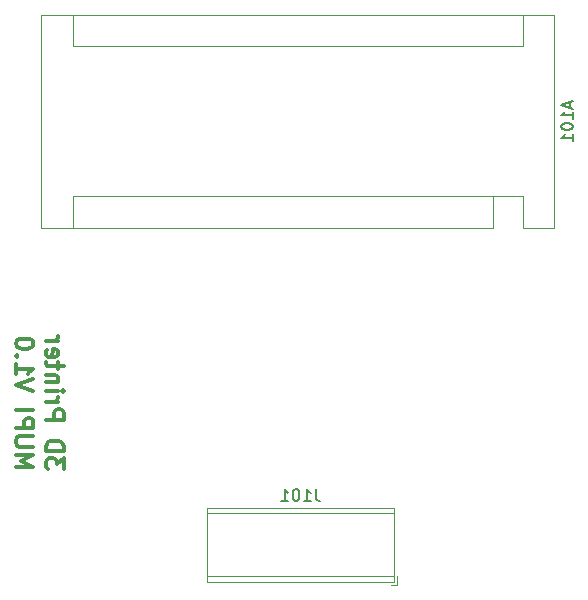
<source format=gbr>
G04 #@! TF.GenerationSoftware,KiCad,Pcbnew,(5.1.5)-3*
G04 #@! TF.CreationDate,2020-06-22T20:22:27+02:00*
G04 #@! TF.ProjectId,Mupi,4d757069-2e6b-4696-9361-645f70636258,rev?*
G04 #@! TF.SameCoordinates,Original*
G04 #@! TF.FileFunction,Legend,Bot*
G04 #@! TF.FilePolarity,Positive*
%FSLAX46Y46*%
G04 Gerber Fmt 4.6, Leading zero omitted, Abs format (unit mm)*
G04 Created by KiCad (PCBNEW (5.1.5)-3) date 2020-06-22 20:22:27*
%MOMM*%
%LPD*%
G04 APERTURE LIST*
%ADD10C,0.300000*%
%ADD11C,0.120000*%
%ADD12C,0.150000*%
G04 APERTURE END LIST*
D10*
X41096428Y-153607142D02*
X41096428Y-152678571D01*
X40525000Y-153178571D01*
X40525000Y-152964285D01*
X40453571Y-152821428D01*
X40382142Y-152750000D01*
X40239285Y-152678571D01*
X39882142Y-152678571D01*
X39739285Y-152750000D01*
X39667857Y-152821428D01*
X39596428Y-152964285D01*
X39596428Y-153392857D01*
X39667857Y-153535714D01*
X39739285Y-153607142D01*
X39596428Y-152035714D02*
X41096428Y-152035714D01*
X41096428Y-151678571D01*
X41025000Y-151464285D01*
X40882142Y-151321428D01*
X40739285Y-151250000D01*
X40453571Y-151178571D01*
X40239285Y-151178571D01*
X39953571Y-151250000D01*
X39810714Y-151321428D01*
X39667857Y-151464285D01*
X39596428Y-151678571D01*
X39596428Y-152035714D01*
X39596428Y-149392857D02*
X41096428Y-149392857D01*
X41096428Y-148821428D01*
X41025000Y-148678571D01*
X40953571Y-148607142D01*
X40810714Y-148535714D01*
X40596428Y-148535714D01*
X40453571Y-148607142D01*
X40382142Y-148678571D01*
X40310714Y-148821428D01*
X40310714Y-149392857D01*
X39596428Y-147892857D02*
X40596428Y-147892857D01*
X40310714Y-147892857D02*
X40453571Y-147821428D01*
X40525000Y-147750000D01*
X40596428Y-147607142D01*
X40596428Y-147464285D01*
X39596428Y-146964285D02*
X40596428Y-146964285D01*
X41096428Y-146964285D02*
X41025000Y-147035714D01*
X40953571Y-146964285D01*
X41025000Y-146892857D01*
X41096428Y-146964285D01*
X40953571Y-146964285D01*
X40596428Y-146250000D02*
X39596428Y-146250000D01*
X40453571Y-146250000D02*
X40525000Y-146178571D01*
X40596428Y-146035714D01*
X40596428Y-145821428D01*
X40525000Y-145678571D01*
X40382142Y-145607142D01*
X39596428Y-145607142D01*
X40596428Y-145107142D02*
X40596428Y-144535714D01*
X41096428Y-144892857D02*
X39810714Y-144892857D01*
X39667857Y-144821428D01*
X39596428Y-144678571D01*
X39596428Y-144535714D01*
X39667857Y-143464285D02*
X39596428Y-143607142D01*
X39596428Y-143892857D01*
X39667857Y-144035714D01*
X39810714Y-144107142D01*
X40382142Y-144107142D01*
X40525000Y-144035714D01*
X40596428Y-143892857D01*
X40596428Y-143607142D01*
X40525000Y-143464285D01*
X40382142Y-143392857D01*
X40239285Y-143392857D01*
X40096428Y-144107142D01*
X39596428Y-142750000D02*
X40596428Y-142750000D01*
X40310714Y-142750000D02*
X40453571Y-142678571D01*
X40525000Y-142607142D01*
X40596428Y-142464285D01*
X40596428Y-142321428D01*
X37046428Y-153392857D02*
X38546428Y-153392857D01*
X37475000Y-152892857D01*
X38546428Y-152392857D01*
X37046428Y-152392857D01*
X38546428Y-151678571D02*
X37332142Y-151678571D01*
X37189285Y-151607142D01*
X37117857Y-151535714D01*
X37046428Y-151392857D01*
X37046428Y-151107142D01*
X37117857Y-150964285D01*
X37189285Y-150892857D01*
X37332142Y-150821428D01*
X38546428Y-150821428D01*
X37046428Y-150107142D02*
X38546428Y-150107142D01*
X38546428Y-149535714D01*
X38475000Y-149392857D01*
X38403571Y-149321428D01*
X38260714Y-149250000D01*
X38046428Y-149250000D01*
X37903571Y-149321428D01*
X37832142Y-149392857D01*
X37760714Y-149535714D01*
X37760714Y-150107142D01*
X37046428Y-148607142D02*
X38546428Y-148607142D01*
X38546428Y-146964285D02*
X37046428Y-146464285D01*
X38546428Y-145964285D01*
X37046428Y-144678571D02*
X37046428Y-145535714D01*
X37046428Y-145107142D02*
X38546428Y-145107142D01*
X38332142Y-145250000D01*
X38189285Y-145392857D01*
X38117857Y-145535714D01*
X37189285Y-144035714D02*
X37117857Y-143964285D01*
X37046428Y-144035714D01*
X37117857Y-144107142D01*
X37189285Y-144035714D01*
X37046428Y-144035714D01*
X38546428Y-143035714D02*
X38546428Y-142892857D01*
X38475000Y-142750000D01*
X38403571Y-142678571D01*
X38260714Y-142607142D01*
X37975000Y-142535714D01*
X37617857Y-142535714D01*
X37332142Y-142607142D01*
X37189285Y-142678571D01*
X37117857Y-142750000D01*
X37046428Y-142892857D01*
X37046428Y-143035714D01*
X37117857Y-143178571D01*
X37189285Y-143250000D01*
X37332142Y-143321428D01*
X37617857Y-143392857D01*
X37975000Y-143392857D01*
X38260714Y-143321428D01*
X38403571Y-143250000D01*
X38475000Y-143178571D01*
X38546428Y-143035714D01*
D11*
X77418000Y-130504000D02*
X79958000Y-130504000D01*
X79958000Y-130504000D02*
X79958000Y-133174000D01*
X77418000Y-133174000D02*
X39188000Y-133174000D01*
X82628000Y-133174000D02*
X79958000Y-133174000D01*
X79958000Y-117804000D02*
X79958000Y-115134000D01*
X79958000Y-117804000D02*
X41858000Y-117804000D01*
X41858000Y-117804000D02*
X41858000Y-115134000D01*
X77418000Y-130504000D02*
X77418000Y-133174000D01*
X77418000Y-130504000D02*
X41858000Y-130504000D01*
X41858000Y-130504000D02*
X41858000Y-133174000D01*
X39188000Y-133174000D02*
X39188000Y-115134000D01*
X39188000Y-115134000D02*
X82628000Y-115134000D01*
X82628000Y-115134000D02*
X82628000Y-133174000D01*
X69060000Y-162600000D02*
X53240000Y-162600000D01*
X69060000Y-157300000D02*
X53240000Y-157300000D01*
X69060000Y-156840000D02*
X53240000Y-156840000D01*
X69060000Y-163160000D02*
X53240000Y-163160000D01*
X69060000Y-156840000D02*
X69060000Y-163160000D01*
X53240000Y-156840000D02*
X53240000Y-163160000D01*
X69300000Y-162660000D02*
X69300000Y-163400000D01*
X69300000Y-163400000D02*
X68800000Y-163400000D01*
D12*
X83934666Y-122487333D02*
X83934666Y-122963523D01*
X84220380Y-122392095D02*
X83220380Y-122725428D01*
X84220380Y-123058761D01*
X84220380Y-123915904D02*
X84220380Y-123344476D01*
X84220380Y-123630190D02*
X83220380Y-123630190D01*
X83363238Y-123534952D01*
X83458476Y-123439714D01*
X83506095Y-123344476D01*
X83220380Y-124534952D02*
X83220380Y-124630190D01*
X83268000Y-124725428D01*
X83315619Y-124773047D01*
X83410857Y-124820666D01*
X83601333Y-124868285D01*
X83839428Y-124868285D01*
X84029904Y-124820666D01*
X84125142Y-124773047D01*
X84172761Y-124725428D01*
X84220380Y-124630190D01*
X84220380Y-124534952D01*
X84172761Y-124439714D01*
X84125142Y-124392095D01*
X84029904Y-124344476D01*
X83839428Y-124296857D01*
X83601333Y-124296857D01*
X83410857Y-124344476D01*
X83315619Y-124392095D01*
X83268000Y-124439714D01*
X83220380Y-124534952D01*
X84220380Y-125820666D02*
X84220380Y-125249238D01*
X84220380Y-125534952D02*
X83220380Y-125534952D01*
X83363238Y-125439714D01*
X83458476Y-125344476D01*
X83506095Y-125249238D01*
X62435714Y-155292380D02*
X62435714Y-156006666D01*
X62483333Y-156149523D01*
X62578571Y-156244761D01*
X62721428Y-156292380D01*
X62816666Y-156292380D01*
X61435714Y-156292380D02*
X62007142Y-156292380D01*
X61721428Y-156292380D02*
X61721428Y-155292380D01*
X61816666Y-155435238D01*
X61911904Y-155530476D01*
X62007142Y-155578095D01*
X60816666Y-155292380D02*
X60721428Y-155292380D01*
X60626190Y-155340000D01*
X60578571Y-155387619D01*
X60530952Y-155482857D01*
X60483333Y-155673333D01*
X60483333Y-155911428D01*
X60530952Y-156101904D01*
X60578571Y-156197142D01*
X60626190Y-156244761D01*
X60721428Y-156292380D01*
X60816666Y-156292380D01*
X60911904Y-156244761D01*
X60959523Y-156197142D01*
X61007142Y-156101904D01*
X61054761Y-155911428D01*
X61054761Y-155673333D01*
X61007142Y-155482857D01*
X60959523Y-155387619D01*
X60911904Y-155340000D01*
X60816666Y-155292380D01*
X59530952Y-156292380D02*
X60102380Y-156292380D01*
X59816666Y-156292380D02*
X59816666Y-155292380D01*
X59911904Y-155435238D01*
X60007142Y-155530476D01*
X60102380Y-155578095D01*
M02*

</source>
